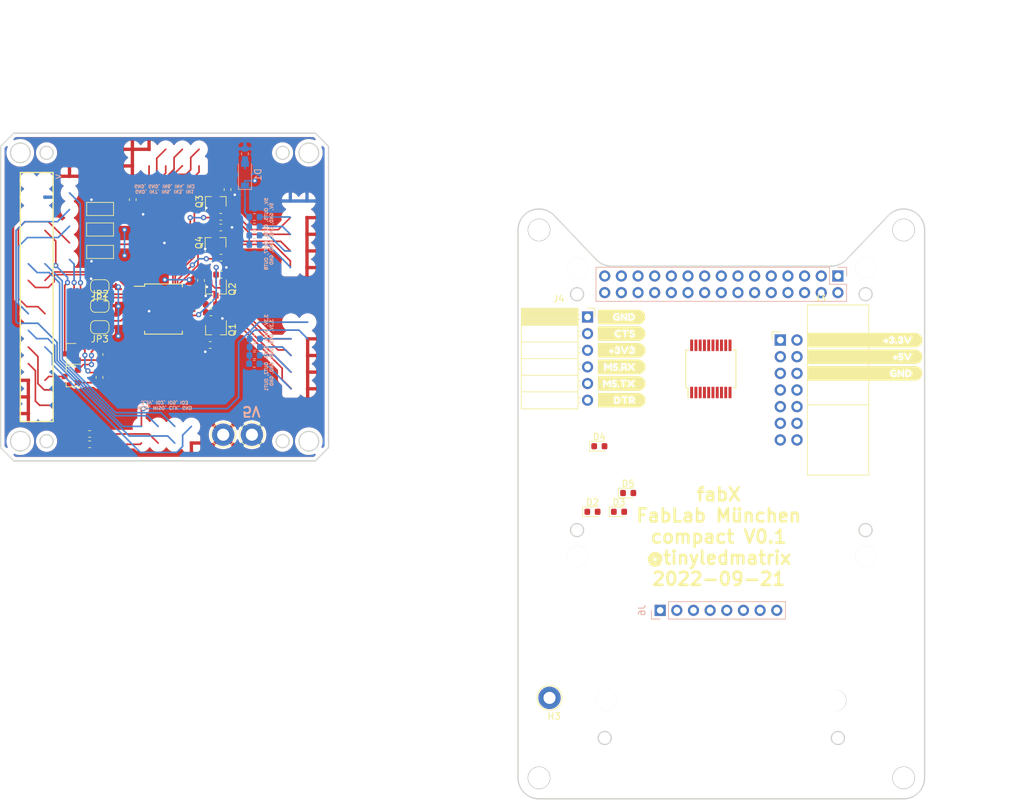
<source format=kicad_pcb>
(kicad_pcb (version 20211014) (generator pcbnew)
  (layers (0 "F.Cu" signal) (31 "B.Cu" signal) (34 "B.Paste" user) (35 "F.Paste" user) (36 "B.SilkS" user "B.Silkscreen") (37 "F.SilkS" user "F.Silkscreen") (38 "B.Mask" user) (39 "F.Mask" user) (44 "Edge.Cuts" user))
  (net 0 "")
  (net 1 "5V")
  (net 2 "GND")
  (net 3 "SDA")
  (net 4 "SCL")
  (net 5 "In1")
  (net 6 "In2")
  (net 7 "In3")
  (net 8 "In4")
  (net 9 "In5")
  (net 10 "In6")
  (net 11 "In7")
  (net 12 "Net-(JP4-Pad2)")
  (net 13 "Net-(JP3-Pad2)")
  (net 14 "Net-(JP2-Pad2)")
  (net 15 "Net-(JP1-Pad2)")
  (net 16 "Net-(JP5-Pad2)")
  (net 17 "Net-(JP6-Pad2)")
  (net 18 "+3V3")
  (net 19 "+5V")
  (net 20 "RX")
  (net 21 "TX")
  (net 22 "/Fet0")
  (net 23 "3,3V")
  (net 24 "Net-(D2-Pad2)")
  (net 25 "DTR")
  (net 26 "CTS")
  (net 27 "Net-(Q5-Pad1)")
  (net 28 "Net-(Q6-Pad1)")
  (net 29 "Net-(D3-Pad2)")
  (net 30 "Net-(D4-Pad2)")
  (net 31 "Net-(D5-Pad2)")
  (net 32 "/V_HIGH")
  (net 35 "/coreRST")
  (net 36 "/COPI")
  (net 38 "/CIPO")
  (net 39 "/NFC_CS")
  (net 40 "/SCLK")
  (net 43 "/NFC_RST")
  (net 44 "/NFC_IRQ")
  (net 48 "/G0(BOOT)")
  (net 54 "/Ch0")
  (net 55 "/Ch1")
  (net 56 "/Ch2")
  (net 57 "/Ch3")
  (net 58 "/Ch4")
  (net 59 "/Ch5")
  (net 60 "/Ch6")
  (net 61 "/Ch7")
  (net 62 "Net-(J6-Pad3)")
  (net 63 "Net-(J6-Pad4)")
  (net 64 "/Fet2")
  (net 65 "/Fet1")
  (net 66 "/highOut")
  (net 67 "/Relay_NO")
  (net 68 "/Relay_COM")
  (footprint "Resistor_SMD:R_0603_1608Metric" (layer "F.Cu") (at 71.95566 82.31886)
    (fp_text reference "R2" hide)
    (fp_text value "10k" hide)
  )
  (footprint "Resistor_SMD:R_0603_1608Metric" (layer "F.Cu") (at 73.56856 62.75578 180)
    (fp_text reference "R5" hide)
    (fp_text value "10k" hide)
  )
  (footprint "Resistor_SMD:R_0603_1608Metric" (layer "F.Cu") (at 74.6 58.6 90)
    (fp_text reference "R6" hide)
    (fp_text value "10k" hide)
  )
  (footprint "Resistor_SMD:R_0603_1608Metric" (layer "F.Cu") (at 73.59904 68.99656 180)
    (fp_text reference "R7" hide)
    (fp_text value "10k" hide)
  )
  (footprint "Jumper:SolderJumper-2_P1.3mm_Open_RoundedPad1.0x1.5mm" (layer "F.Cu") (at 55.118 79.6036 180)
    (fp_text reference "JP3")
    (fp_text value "SolderJumper_2_Open")
  )
  (footprint "Resistor_SMD:R_0603_1608Metric" (layer "F.Cu") (at 73.5711 64.39154 180)
    (fp_text reference "R8" hide)
    (fp_text value "100k" hide)
  )
  (footprint "Connector_IDC:IDC-Header_2x07_P2.54mm_Horizontal" (layer "F.Cu") (at 158.9 81.57)
    (fp_text reference "J3")
    (fp_text value "Conn_02x07_Odd_Even")
  )
  (footprint "Package_SO:SSOP-20_5.3x7.2mm_P0.65mm" (layer "F.Cu") (at 64.8335 76.835)
    (fp_text reference "U1" hide)
    (fp_text value "MCP23008" hide)
  )
  (footprint "Resistor_SMD:R_0603_1608Metric" (layer "F.Cu") (at 72.0598 76.1238)
    (fp_text reference "R4" hide)
    (fp_text value "10k" hide)
  )
  (footprint "Resistor_SMD:R_0603_1608Metric" (layer "F.Cu") (at 73.63206 71.58228 180)
    (fp_text reference "R3" hide)
    (fp_text value "10k" hide)
  )
  (footprint "Jumper:SolderJumper-2_P1.3mm_Open_RoundedPad1.0x1.5mm" (layer "F.Cu") (at 55.118 76.327)
    (fp_text reference "JP2")
    (fp_text value "SolderJumper_2_Open")
  )
  (footprint "Jumper:SolderJumper-3_P1.3mm_Open_Pad1.0x1.5mm_NumberLabels" (layer "F.Cu") (at 55.1688 61.5696 180)
    (fp_text reference "JP6" hide)
    (fp_text value "SolderJumper_3_Open" hide)
  )
  (footprint "Package_TO_SOT_SMD:SOT-23" (layer "F.Cu") (at 72.8345 80.01 -90)
    (fp_text reference "Q1")
    (fp_text value "2N7002")
  )
  (footprint "Resistor_SMD:R_0603_1608Metric" (layer "F.Cu") (at 72.0598 77.343)
    (fp_text reference "R1" hide)
    (fp_text value "100k" hide)
  )
  (footprint "Package_TO_SOT_SMD:SOT-23" (layer "F.Cu") (at 72.8345 73.787 -90)
    (fp_text reference "Q2")
    (fp_text value "AO3401A")
  )
  (footprint "Package_SO:SSOP-20_5.3x7.2mm_P0.65mm" (layer "F.Cu") (at 148.3 85.97 90)
    (fp_text reference "U2" hide)
    (fp_text value "MCP23008" hide)
  )
  (footprint "Capacitor_SMD:C_0603_1608Metric" (layer "F.Cu") (at 60.1472 60.1472 -90)
    (fp_text reference "C1" hide)
    (fp_text value "100n 6v3 X7R" hide)
  )
  (footprint "Jumper:SolderJumper-3_P1.3mm_Open_Pad1.0x1.5mm_NumberLabels" (layer "F.Cu") (at 55.161 64.6986)
    (fp_text reference "JP5" hide)
    (fp_text value "SolderJumper_3_Open" hide)
  )
  (footprint "Jumper:SolderJumper-2_P1.3mm_Open_RoundedPad1.0x1.5mm" (layer "F.Cu") (at 55.118 73.3552 180)
    (fp_text reference "JP1")
    (fp_text value "SolderJumper_2_Open")
  )
  (footprint "Jumper:SolderJumper-3_P1.3mm_Open_Pad1.0x1.5mm_NumberLabels" (layer "F.Cu") (at 55.1688 68.1228 180)
    (fp_text reference "JP4" hide)
    (fp_text value "SolderJumper_3_Open" hide)
  )
  (footprint "Package_TO_SOT_SMD:SOT-23" (layer "F.Cu") (at 72.80402 60.4393 90)
    (fp_text reference "Q3")
    (fp_text value "2N7002")
  )
  (footprint "Package_TO_SOT_SMD:SOT-23" (layer "F.Cu") (at 72.771 66.69532 90)
    (fp_text reference "Q4")
    (fp_text value "2N7002")
  )
  (footprint "Capacitor_SMD:C_0603_1608Metric" (layer "F.Cu") (at 70.55612 72.47128 -90)
    (fp_text reference "C2" hide)
    (fp_text value "C" hide)
  )
  (footprint "TestPoint:TestPoint_Loop_D2.50mm_Drill1.85mm" (layer "F.Cu") (at 78.3155 96.012)
    (fp_text reference "H1" hide)
    (fp_text value "MountingHole_Pad" hide)
  )
  (footprint "TestPoint:TestPoint_Loop_D2.50mm_Drill1.85mm" (layer "F.Cu") (at 73.934 96.012)
    (fp_text reference "H2" hide)
    (fp_text value "MountingHole_Pad" hide)
  )
  (footprint "Connector_PinSocket_2.54mm:PinSocket_1x06_P2.54mm_Horizontal" (layer "F.Cu") (at 129.5 78.045)
    (fp_text reference "J4")
    (fp_text value "Conn_01x06")
  )
  (footprint "Resistor_SMD:R_0603_1608Metric" (layer "F.Cu") (at 53.575 97.475)
    (fp_text reference "R17" hide)
    (fp_text value "330" hide)
  )
  (footprint "Resistor_SMD:R_0603_1608Metric" (layer "F.Cu") (at 53.575 95.9)
    (fp_text reference "R18" hide)
    (fp_text value "330" hide)
  )
  (footprint "Package_TO_SOT_SMD:SOT-23" (layer "F.Cu") (at 50.75 87.125 180)
    (fp_text reference "Q5" hide)
    (fp_text value "BCX19" hide)
  )
  (footprint "Package_TO_SOT_SMD:SOT-23" (layer "F.Cu") (at 50.775 83.675 180)
    (fp_text reference "Q6" hide)
    (fp_text value "BCX19" hide)
  )
  (footprint "Resistor_SMD:R_0603_1608Metric" (layer "F.Cu") (at 55.075 87.275 -90)
    (fp_text reference "R20" hide)
    (fp_text value "10k" hide)
  )
  (footprint "Resistor_SMD:R_0603_1608Metric" (layer "F.Cu") (at 55.075 83.775 -90)
    (fp_text reference "R21" hide)
    (fp_text value "10k" hide)
  )
  (footprint "kibuzzard-632A4688" (layer "F.Cu") (at 134.7 88.205)
    (fp_text reference "kibuzzard-632A4688" hide)
    (fp_text value "G***" hide)
  )
  (footprint "MountingHole:MountingHole_3.2mm_M3" (layer "F.Cu") (at 122.1 64.77)
    (fp_text reference "H8" hide)
    (fp_text value "MountingHole")
  )
  (footprint "LED_SMD:LED_0603_1608Metric" (layer "F.Cu") (at 130.25 107.77)
    (fp_text reference "D2")
    (fp_text value "LED")
  )
  (footprint "MountingHole:MountingHole_3.2mm_M3" (layer "F.Cu") (at 127.9 114.57)
    (fp_text reference "H13" hide)
    (fp_text value "MountingHole")
  )
  (footprint "kibuzzard-632A469F" (layer "F.Cu") (at 134.7 90.745)
    (fp_text reference "kibuzzard-632A469F" hide)
    (fp_text value "G***" hide)
  )
  (footprint "kibuzzard-632A4693" (layer "F.Cu") (at 134.7 85.665)
    (fp_text reference "kibuzzard-632A4693" hide)
    (fp_text value "G***" hide)
  )
  (footprint "LED_SMD:LED_0603_1608Metric" (layer "F.Cu") (at 134.3 107.77)
    (fp_text reference "D3")
    (fp_text value "LED")
  )
  (footprint "kibuzzard-632A463E" (layer "F.Cu") (at 134.7 78.045)
    (fp_text reference "kibuzzard-632A463E" hide)
    (fp_text value "G***" hide)
  )
  (footprint "LED_SMD:LED_0603_1608Metric" (layer "F.Cu") (at 135.7 104.91)
    (fp_text reference "D5")
    (fp_text value "LED")
  )
  (footprint "MountingHole:MountingHole_3.2mm_M3" (layer "F.Cu") (at 171.9 70.57)
    (fp_text reference "H4" hide)
    (fp_text value "MountingHole")
  )
  (footprint "kibuzzard-632A4565" (layer "F.Cu") (at 171.8 84.11)
    (fp_text reference "kibuzzard-632A4565" hide)
    (fp_text value "G***" hide)
  )
  (footprint "kibuzzard-632A4658" (layer "F.Cu") (at 134.7 83.125)
    (fp_text reference "kibuzzard-632A4658" hide)
    (fp_text value "G***" hide)
  )
  (footprint "MountingHole:MountingHole_3.2mm_M3" (layer "F.Cu") (at 127.9 70.57)
    (fp_text reference "H10" hide)
    (fp_text value "MountingHole")
  )
  (footprint "MountingHole:MountingHole_3.2mm_M3" (layer "F.Cu") (at 177.7 148.37)
    (fp_text reference "H9" hide)
    (fp_text value "MountingHole")
  )
  (footprint "MountingHole:MountingHole_3.2mm_M3" (layer "F.Cu") (at 132.4 136.57)
    (fp_text reference "H6" hide)
    (fp_text value "MountingHole")
  )
  (footprint "MountingHole:MountingHole_3.2mm_M3" (layer "F.Cu") (at 177.7 64.77)
    (fp_text reference "H11" hide)
    (fp_text value "MountingHole")
  )
  (footprint "TestPoint:TestPoint_Loop_D2.50mm_Drill1.85mm" (layer "F.Cu") (at 123.7 136.17)
    (fp_text reference "H3")
    (fp_text value "MountingHole_Pad")
  )
  (footprint "kibuzzard-632A4549" (layer "F.Cu") (at 171.8 86.65)
    (fp_text reference "kibuzzard-632A4549" hide)
    (fp_text value "G***" hide)
  )
  (footprint "kibuzzard-632A457B" (layer "F.Cu") (at 171.8 81.57)
    (fp_text reference "kibuzzard-632A457B" hide)
    (fp_text value "G***" hide)
  )
  (footprint "MountingHole:MountingHole_3.2mm_M3" (layer "F.Cu") (at 171.9 114.57)
    (fp_text reference "H12" hide)
    (fp_text value "MountingHole")
  )
  (footprint "LED_SMD:LED_0603_1608Metric" (layer "F.Cu") (at 131.3 97.77)
    (fp_text reference "D4")
    (fp_text value "LED")
  )
  (footprint "MountingHole:MountingHole_3.2mm_M3" (layer "F.Cu") (at 167.3 136.57)
    (fp_text reference "H7" hide)
    (fp_text value "MountingHole")
  )
  (footprint "kibuzzard-632A464C" (layer "F.Cu") (at 134.7 80.585)
    (fp_text reference "kibuzzard-632A464C" hide)
    (fp_text value "G***" hide)
  )
  (footprint "MountingHole:MountingHole_3.2mm_M3" (layer "F.Cu") (at 122.1 148.37)
    (fp_text reference "H5" hide)
    (fp_text value "MountingHole")
  )
  (footprint "Resistor_SMD:R_0603_1608Metric" (layer "B.Cu") (at 78.70444 62.7888 180)
    (fp_text reference "R13" hide)
    (fp_text value "1k" hide)
  )
  (footprint "Resistor_SMD:R_0603_1608Metric" (layer "B.Cu") (at 78.69174 64.24676 180)
    (fp_text reference "R14" hide)
    (fp_text value "0R" hide)
  )
  (footprint "Resistor_SMD:R_0603_1608Metric" (layer "B.Cu") (at 78.70444 67.05346 180)
    (fp_text reference "R16" hide)
    (fp_text value "DNP" hide)
  )
  (footprint "Connector_PinSocket_2.54mm:PinSocket_2x15_P2.54mm_Vertical" (layer "B.Cu") (at 167.68 71.7914 90)
    (fp_text reference "J1" hide)
    (fp_text value "Conn_02x15_Odd_Even" hide)
  )
  (footprint "Resistor_SMD:R_0603_1608Metric" (layer "B.Cu") (at 78.70444 65.5955 180)
    (fp_text reference "R15" hide)
    (fp_text value "DNP" hide)
  )
  (footprint "Connector_PinSocket_2.54mm:PinSocket_1x08_P2.54mm_Vertical" (layer "B.Cu") (at 140.574 122.811 -90)
    (fp_text reference "J6")
    (fp_text value "Conn_01x08")
  )
  (footprint "Resistor_SMD:R_0603_1608Metric" (layer "B.Cu") (at 78.71714 83.90382 180)
    (fp_text reference "R10" hide)
    (fp_text value "1k" hide)
  )
  (footprint "Resistor_SMD:R_0603_1608Metric" (layer "B.Cu") (at 78.74254 82.63128 180)
    (fp_text reference "R11" hide)
    (fp_text value "10k" hide)
  )
  (footprint "Resistor_SMD:R_0603_1608Metric" (layer "B.Cu") (at 78.74762 81.36636 180)
    (fp_text reference "R12" hide)
    (fp_text value "1k" hide)
  )
  (footprint "Resistor_SMD:R_0603_1608Metric" (layer "B.Cu") (at 78.67904 85.18652 180)
    (fp_text reference "R9" hide)
    (fp_text value "1k" hide)
  )
  (footprint "Diode_SMD:D_SOD-123" (layer "B.Cu") (at 77.2555 56.3335 90)
    (fp_text reference "D1")
    (fp_text value "D")
  )
  (footprint "Resistor_SMD:R_0603_1608Metric" (layer "B.Cu") (at 77.2555 53.1585 90)
    (fp_text reference "R19" hide)
    (fp_text value "DNP" hide)
  )
  (gr_line (start 48 94) (end 48 56) (layer "F.SilkS") (width 0.2))
  (gr_line (start 43 56) (end 43 94) (layer "F.SilkS") (width 0.2))
  (gr_line (start 48 56) (end 43 56) (layer "F.SilkS") (width 0.2))
  (gr_line (start 43 94) (end 48 94) (layer "F.SilkS") (width 0.2))
  (gr_circle (center 47 97) (end 48 97) (layer "Edge.Cuts") (width 0.2) (fill none))
  (gr_circle (center 83 97) (end 84 97) (layer "Edge.Cuts") (width 0.2) (fill none))
  (gr_circle (center 83 53) (end 84 53) (layer "Edge.Cuts") (width 0.2) (fill none))
  (gr_line (start 88 50) (end 90 52) (layer "Edge.Cuts") (width 0.2))
  (gr_circle (center 167.68 142.2914) (end 168.68 142.2914) (layer "Edge.Cuts") (width 0.2) (fill none))
  (gr_circle (center 122.1 64.77) (end 123.75 64.77) (layer "Edge.Cuts") (width 0.2) (fill none))
  (gr_line (start 175.382759 62.563104) (end 168.968289 69.298297) (layer "Edge.Cuts") (width 0.2))
  (gr_arc (start 118.9 64.77) (mid 120.911551 61.798879) (end 124.417241 62.563104) (layer "Edge.Cuts") (width 0.2))
  (gr_line (start 90 52) (end 90 98) (layer "Edge.Cuts") (width 0.2))
  (gr_line (start 42 50) (end 88 50) (layer "Edge.Cuts") (width 0.2))
  (gr_circle (center 43 97) (end 44.5 97) (layer "Edge.Cuts") (width 0.2) (fill none))
  (gr_circle (center 177.7 64.77) (end 179.35 64.77) (layer "Edge.Cuts") (width 0.2) (fill none))
  (gr_line (start 42 100) (end 40 98) (layer "Edge.Cuts") (width 0.2))
  (gr_arc (start 175.382759 62.563104) (mid 178.888451 61.798876) (end 180.9 64.77) (layer "Edge.Cuts") (width 0.2))
  (gr_circle (center 127.9 70.57) (end 129.4 70.57) (layer "Edge.Cuts") (width 0.2) (fill none))
  (gr_circle (center 171.9 70.57) (end 173.4 70.57) (layer "Edge.Cuts") (width 0.2) (fill none))
  (gr_line (start 118.9 64.77) (end 118.9 148.37) (layer "Edge.Cuts") (width 0.2))
  (gr_circle (center 171.9 74.57) (end 172.9 74.57) (layer "Edge.Cuts") (width 0.2) (fill none))
  (gr_arc (start 122.1 151.57) (mid 119.837258 150.632742) (end 118.9 148.37) (layer "Edge.Cuts") (width 0.2))
  (gr_arc (start 133.148952 70.2914) (mid 131.888415 70.032656) (end 130.831711 69.298297) (layer "Edge.Cuts") (width 0.2))
  (gr_circle (center 171.9 114.57) (end 173.4 114.57) (layer "Edge.Cuts") (width 0.2) (fill none))
  (gr_circle (center 47 53) (end 48 53) (layer "Edge.Cuts") (width 0.2) (fill none))
  (gr_circle (center 43 53) (end 44.5 53) (layer "Edge.Cuts") (width 0.2) (fill none))
  (gr_circle (center 177.7 148.37) (end 179.35 148.37) (layer "Edge.Cuts") (width 0.2) (fill none))
  (gr_circle (center 127.9 74.57) (end 128.9 74.57) (layer "Edge.Cuts") (width 0.2) (fill none))
  (gr_circle (center 127.9 114.57) (end 129.4 114.57) (layer "Edge.Cuts") (width 0.2) (fill none))
  (gr_circle (center 87 97) (end 87 98.5) (layer "Edge.Cuts") (width 0.2) (fill none))
  (gr_circle (center 171.9 110.57) (end 172.9 110.57) (layer "Edge.Cuts") (width 0.2) (fill none))
  (gr_line (start 90 98) (end 88 100) (layer "Edge.Cuts") (width 0.2))
  (gr_line (start 42 50) (end 40 52) (layer "Edge.Cuts") (width 0.2))
  (gr_circle (center 132.12 142.2914) (end 133.12 142.2914) (layer "Edge.Cuts") (width 0.2) (fill none))
  (gr_circle (center 132.4 136.57) (end 133.9 136.57) (layer "Edge.Cuts") (width 0.2) (fill none))
  (gr_line (start 88 100) (end 42 100) (layer "Edge.Cuts") (width 0.2))
  (gr_circle (center 87 53) (end 88.5 53) (layer "Edge.Cuts") (width 0.2) (fill none))
  (gr_line (start 40 98) (end 40 52) (layer "Edge.Cuts") (width 0.2))
  (gr_arc (start 180.9 148.37) (mid 179.962734 150.632732) (end 177.7 151.57) (layer "Edge.Cuts") (width 0.2))
  (gr_line (start 122.1 151.57) (end 177.7 151.57) (layer "Edge.Cuts") (width 0.2))
  (gr_circle (center 122.1 148.37) (end 123.75 148.37) (layer "Edge.Cuts") (width 0.2) (fill none))
  (gr_arc (start 168.968289 69.298297) (mid 167.911586 70.032648) (end 166.651048 70.2914) (layer "Edge.Cuts") (width 0.2))
  (gr_line (start 180.9 148.37) (end 180.9 64.77) (layer "Edge.Cuts") (width 0.2))
  (gr_line (start 130.831711 69.298297) (end 124.417241 62.563104) (layer "Edge.Cuts") (width 0.2))
  (gr_circle (center 167.4 136.57) (end 168.9 136.57) (layer "Edge.Cuts") (width 0.2) (fill none))
  (gr_circle (center 127.9 110.57) (end 128.9 110.57) (layer "Edge.Cuts") (width 0.2) (fill none))
  (gr_line (start 166.651048 70.2914) (end 133.148952 70.2914) (layer "Edge.Cuts") (width 0.2))
  (gr_text "5V, OUT5, OUT6, OUT7, OUT8\n5V, GND, GND, GND, GND" (at 80.9 65.37 90) (layer "B.SilkS") (effects (font (size 0.5 0.5) (thickness 0.125)) (justify mirror)))
  (gr_text "3,3V, OUT4, OUT3, OUT2, OUT1\n3,3V, GND, GND, GND, GND" (at 80.91678 83.49488 90) (layer "B.SilkS") (effects (font (size 0.5 0.5) (thickness 0.125)) (justify mirror)))
  (gr_text "MOSI, MISO, CLK, GND\n3,3V, IO2, IO5, IO3\n" (at 65 91.5 180) (layer "B.SilkS") (effects (font (size 0.5 0.5) (thickness 0.125)) (justify mirror)))
  (gr_text ">" (at 48.8 56.7 180) (layer "B.SilkS") (effects (font (size 1 1)) (justify mirror)))
  (gr_text "5V" (at 78.232 92.456 180) (layer "B.SilkS") (effects (font (size 1.5 1.5) (thickness 0.3)) (justify mirror)))
  (gr_text "GND, IN7, IN5, IN3, IN1\nGND, GND, IN6, IN4, IN2\n" (at 65 58.5 180) (layer "B.SilkS") (effects (font (size 0.5 0.5) (thickness 0.125)) (justify mirror)))
  (gr_text "fabX\nFabLab München\ncompact V0.1\n@tinyledmatrix\n2022-09-21" (at 149.5 111.57) (layer "F.SilkS") (effects (font (size 2 2) (thickness 0.4))))
  (segment (start 53.818 76.327) (end 53.818 79.6036) (width 0.25) (layer "F.Cu") (net 1))
  (segment (start 64.968 66.7564) (end 64.9732 66.7512) (width 0.25) (layer "F.Cu") (net 1))
  (segment (start 53.8688 61.5696) (end 53.8688 60.168) (width 0.25) (layer "F.Cu") (net 1))
  (segment (start 53.818 72.22969) (end 53.7972 72.20889) (width 0.25) (layer "F.Cu") (net 1))
  (segment (start 53.8688 60.168) (end 53.848 60.1472) (width 0.25) (layer "F.Cu") (net 1))
  (segment (start 64.968 68.1795) (end 64.968 66.7564) (width 0.25) (layer "F.Cu") (net 1))
  (segment (start 53.8688 68.1228) (end 53.8688 69.524405) (width 0.25) (layer "F.Cu") (net 1))
  (segment (start 53.818 73.3552) (end 53.818 72.22969) (width 0.25) (layer "F.Cu") (net 1))
  (segment (start 53.8688 69.524405) (end 53.848 69.545205) (width 0.25) (layer "F.Cu") (net 1))
  (segment (start 53.8688 64.6908) (end 53.861 64.6986) (width 0.25) (layer "F.Cu") (net 1))
  (segment (start 53.8688 61.5696) (end 53.8688 64.6908) (width 0.25) (layer "F.Cu") (net 1))
  (segment (start 53.818 73.3552) (end 53.818 76.327) (width 0.25) (layer "F.Cu") (net 1))
  (via (at 53.848 60.1472) (size 0.8) (drill 0.4) (layers "F.Cu" "B.Cu") (net 1))
  (via (at 53.848 69.545205) (size 0.8) (drill 0.4) (layers "F.Cu" "B.Cu") (net 1))
  (via (at 53.7972 72.20889) (size 0.8) (drill 0.4) (layers "F.Cu" "B.Cu") (net 1))
  (via (at 64.9732 66.7512) (size 0.8) (drill 0.4) (layers "F.Cu" "B.Cu") (net 1))
  (segment (start 82.92846 85.87486) (end 82.92846 87.59698) (width 0.25) (layer "F.Cu") (net 2))
  (segment (start 68.4335 76.51) (end 67.3085 76.51) (width 0.25) (layer "F.Cu") (net 2))
  (segment (start 72.8345 78.777118) (end 72.565781 78.508399) (width 0.25) (layer "F.Cu") (net 2))
  (segment (start 70.841331 78.508399) (end 70.23973 79.11) (width 0.25) (layer "F.Cu") (net 2))
  (segment (start 55.736719 78.626999) (end 57.099281 78.626999) (width 0.25) (layer "F.Cu") (net 2))
  (segment (start 70.55612 71.68378) (end 69.4437 71.68378) (width 0.25) (layer "F.Cu") (net 2))
  (segment (start 84.2772 88.94572) (end 84.2772 89.0016) (width 0.25) (layer "F.Cu") (net 2))
  (segment (start 55.118 79.284882) (end 55.691399 78.711483) (width 0.25) (layer "F.Cu") (net 2))
  (segment (start 66.918 68.1795) (end 66.918 69.3045) (width 0.25) (layer "F.Cu") (net 2))
  (segment (start 72.8473 79.0472) (end 72.8345 79.06) (width 0.25) (layer "F.Cu") (net 2))
  (segment (start 69.4437 71.68378) (end 68.76288 72.3646) (width 0.25) (layer "F.Cu") (net 2))
  (segment (start 73.4845 80.96) (end 73.4845 80.385) (width 0.25) (layer "F.Cu") (net 2))
  (segment (start 77.20076 80.14716) (end 82.92846 85.87486) (width 0.25) (layer "F.Cu") (net 2))
  (segment (start 58.8439 64.6986) (end 58.88736 64.74206) (width 0.25) (layer "F.Cu") (net 2))
  (segment (start 83.427201 85.611601) (end 84.2772 86.4616) (width 0.25) (layer "F.Cu") (net 2))
  (segment (start 67.3085 76.51) (end 66.277069 75.478569) (width 0.25) (layer "F.Cu") (net 2))
  (segment (start 72.6566 62.88024) (end 72.78106 62.75578) (width 0.25) (layer "F.Cu") (net 2))
  (segment (start 57.84596 73.3552) (end 57.94756 73.4568) (width 0.25) (layer "F.Cu") (net 2))
  (segment (start 73.72234 80.14716) (end 77.20076 80.14716) (width 0.25) (layer "F.Cu") (net 2))
  (segment (start 72.8473 77.343) (end 72.8473 79.0472) (width 0.25) (layer "F.Cu") (net 2))
  (segment (start 73.45402 61.3893) (end 74.094416 61.3893) (width 0.25) (layer "F.Cu") (net 2))
  (segment (start 55.118 73.3552) (end 55.118 73.713082) (width 0.25) (layer "F.Cu") (net 2))
  (segment (start 66.277069 75.478569) (end 66.277069 71.645562) (width 0.25) (layer "F.Cu") (net 2))
  (segment (start 58.3184 78.6384) (end 60.4468 76.51) (width 0.25) (layer "F.Cu") (net 2))
  (segment (start 66.277069 71.645562) (end 68.913562 69.009069) (width 0.25) (layer "F.Cu") (net 2))
  (segment (start 72.1845 79.06) (end 72.1845 79.342882) (width 0.25) (layer "F.Cu") (net 2))
  (segment (start 72.453219 79.611601) (end 77.427201 79.611601) (width 0.25) (layer "F.Cu") (net 2))
  (segment (start 74.10176 66.96456) (end 81.64068 66.96456) (width 0.25) (layer "F.Cu") (net 2))
  (segment (start 72.80402 62.73282) (end 72.78106 62.75578) (width 0.25) (layer "F.Cu") (net 2))
  (segment (start 55.979318 74.5744) (end 59.740018 74.5744) (width 0.25) (layer "F.Cu") (net 2))
  (segment (start 55.691399 78.672319) (end 55.736719 78.626999) (width 0.25) (layer "F.Cu") (net 2))
  (segment (start 56.418 73.3552) (end 57.84596 73.3552) (width 0.25) (layer "F.Cu") (net 2))
  (segment (start 72.565781 78.508399) (end 70.841331 78.508399) (width 0.25) (layer "F.Cu") (net 2))
  (segment (start 68.913562 69.009069) (end 68.913562 62.89548) (width 0.25) (layer "F.Cu") (net 2))
  (segment (start 56.461 64.6986) (end 58.8439 64.6986) (width 0.25) (layer "F.Cu") (net 2))
  (segment (start 55.118 79.6036) (end 55.118 79.284882) (width 0.25) (layer "F.Cu") (net 2))
  (segment (start 59.740018 74.5744) (end 60.375618 75.21) (width 0.25) (layer "F.Cu") (net 2))
  (segment (start 73.4845 80.385) (end 73.72234 80.14716) (width 0.25) (layer "F.Cu") (net 2))
  (segment (start 69.5585 79.11) (end 68.4335 79.11) (width 0.25) (layer "F.Cu") (net 2))
  (segment (start 73.421 67.64532) (end 74.10176 66.96456) (width 0.25) (layer "F.Cu") (net 2))
  (segment (start 81.64068 66.96456) (end 84.1756 69.49948) (width 0.25) (layer "F.Cu") (net 2))
  (segment (start 60.375618 75.21) (end 61.2335 75.21) (width 0.25) (layer "F.Cu") (net 2))
  (segment (start 55.691399 78.711483) (end 55.691399 78.672319) (width 0.25) (layer "F.Cu") (net 2))
  (segment (start 74.094416 61.3893) (end 78.135516 65.4304) (width 0.25) (layer "F.Cu") (net 2))
  (segment (start 70.23973 79.11) (end 69.5585 79.11) (width 0.25) (layer "F.Cu") (net 2))
  (segment (start 84.1756 69.49948) (end 84.1756 70.5104) (width 0.25) (layer "F.Cu") (net 2))
  (segment (start 57.110682 78.6384) (end 58.3184 78.6384) (width 0.25) (layer "F.Cu") (net 2))
  (segment (start 77.427201 79.611601) (end 83.427201 85.611601) (width 0.25) (layer "F.Cu") (net 2))
  (segment (start 60.4468 76.51) (end 61.2335 76.51) (width 0.25) (layer "F.Cu") (net 2))
  (segment (start 61.2335 79.11) (end 59.701 79.11) (width 0.25) (layer "F.Cu") (net 2))
  (segment (start 70.94474 62.88024) (end 72.6566 62.88024) (width 0.25) (layer "F.Cu") (net 2))
  (segment (start 72.1845 79.342882) (end 72.453219 79.611601) (width 0.25) (layer "F.Cu") (net 2))
  (segment (start 66.918 69.3045) (end 66.929 69.3155) (width 0.25) (layer "F.Cu") (net 2))
  (segment (start 72.8345 79.06) (end 72.8345 78.777118) (width 0.25) (layer "F.Cu") (net 2))
  (segment (start 82.92846 87.59698) (end 84.2772 88.94572) (width 0.25) (layer "F.Cu") (net 2))
  (segment (start 78.135516 65.4304) (end 84.1756 65.4304) (width 0.25) (layer "F.Cu") (net 2))
  (segment (start 72.80402 61.3893) (end 72.80402 62.73282) (width 0.25) (layer "F.Cu") (net 2))
  (segment (start 66.929 69.3155) (end 66.929 69.6595) (width 0.25) (layer "F.Cu") (net 2))
  (segment (start 57.099281 78.626999) (end 57.110682 78.6384) (width 0.25) (layer "F.Cu") (net 2))
  (segment (start 55.118 73.713082) (end 55.979318 74.5744) (width 0.25) (layer "F.Cu") (net 2))
  (via (at 57.93486 80.95996) (size 0.8) (drill 0.4) (layers "F.Cu" "B.Cu") (net 2))
  (via (at 57.94756 73.4568) (size 0.8) (drill 0.4) (layers "F.Cu" "B.Cu") (net 2))
  (via (at 58.88736 64.74206) (size 0.8) (drill 0.4) (layers "F.Cu" "B.Cu") (net 2))
  (via (at 65.02654 72.3646) (size 0.8) (drill 0.4) (layers "F.Cu" "B.Cu") (net 2))
  (via (at 57.94756 76.4159) (size 0.8) (drill 0.4) (layers "F.Cu" "B.Cu") (net 2))
  (via (at 68.913562 62.89548) (size 0.8) (drill 0.4) (layers "F.Cu" "B.Cu") (net 2))
  (via (at 58.89244 68.6689) (size 0.8) (drill 0.4) (layers "F.Cu" "B.Cu") (net 2))
  (via (at 70.94474 62.88024) (size 0.8) (drill 0.4) (layers "F.Cu" "B.Cu") (net 2))
  (via (at 68.76288 72.3646) (size 0.8) (drill 0.4) (layers "F.Cu" "B.Cu") (net 2))
  (segment (start 58.88736 68.66382) (end 58.89244 68.6689) (width 0.25) (layer "B.Cu") (net 2))
  (segment (start 68.76288 72.3646) (end 65.02654 72.3646) (width 0.25) (layer "B.Cu") (net 2))
  (segment (start 57.94756 76.4159) (end 57.94756 80.94726) (width 0.25) (layer "B.Cu") (net 2))
  (segment (start 70.9295 62.89548) (end 70.94474 62.88024) (width 0.25) (layer "B.Cu") (net 2))
  (segment (start 68.913562 62.89548) (end 70.9295 62.89548) (width 0.25) (layer "B.Cu") (net 2))
  (segment (start 57.94756 80.94726) (end 57.93486 80.95996) (width 0.25) (layer "B.Cu") (net 2))
  (segment (start 57.94756 73.4568) (end 57.94756 76.4159) (width 0.25) (layer "B.Cu") (net 2))
  (segment (start 58.88736 64.74206) (end 58.88736 68.66382) (width 0.25) (layer "B.Cu") (net 2))
  (segment (start 60.222868 74.56) (end 57.245148 71.58228) (width 0.25) (layer "F.Cu") (net 3))
  (segment (start 63.2968 72.136) (end 63.2968 73.6217) (width 0.25) (layer "F.Cu") (net 3))
  (segment (start 57.245148 71.58228) (end 48.30572 71.58228) (width 0.25) (layer "F.Cu") (net 3))
  (segment (start 63.2968 73.6217) (end 62.3585 74.56) (width 0.25) (layer "F.Cu") (net 3))
  (segment (start 62.368 68.1795) (end 62.368 71.2072) (width 0.25) (layer "F.Cu") (net 3))
  (segment (start 48.1584 71.7296) (end 48.1584 72.66257) (width 0.25) (layer "F.Cu") (net 3))
  (segment (start 45.298001 73.542801) (end 45.071399 73.316199) (width 0.25) (layer "F.Cu") (net 3))
  (segment (start 61.2335 74.56) (end 60.222868 74.56) (width 0.25) (layer "F.Cu") (net 3))
  (segment (start 62.368 71.2072) (end 63.2968 72.136) (width 0.25) (layer "F.Cu") (net 3))
  (segment (start 48.30572 71.58228) (end 48.1584 71.7296) (width 0.25) (layer "F.Cu") (net 3))
  (segment (start 45.071399 73.316199) (end 44.2214 72.4662) (width 0.25) (layer "F.Cu") (net 3))
  (segment (start 47.278169 73.542801) (end 45.298001 73.542801) (width 0.25) (layer "F.Cu") (net 3))
  (segment (start 62.3585 74.56) (end 61.2335 74.56) (width 0.25) (layer "F.Cu") (net 3))
  (segment (start 48.1584 72.66257) (end 47.278169 73.542801) (width 0.25) (layer "F.Cu") (net 3))
  (segment (start 60.070118 73.91) (end 57.341078 71.18096) (width 0.25) (layer "F.Cu") (net 4))
  (segment (start 62.738 73.5584) (end 62.3864 73.91) (width 0.25) (layer "F.Cu") (net 4))
  (segment (start 47.611399 71.616201) (end 46.7614 72.4662) (width 0.25) (layer "F.Cu") (net 4))
  (segment (start 48.04664 71.18096) (end 47.611399 71.616201) (width 0.25) (layer "F.Cu") (net 4))
  (segment (start 61.722 71.374) (end 62.738 72.39) (width 0.25) (layer "F.Cu") (net 4))
  (segment (start 61.722 69.3085) (end 61.722 71.374) (width 0.25) (layer "F.Cu") (net 4))
  (segment (start 62.738 72.39) (end 62.738 73.5584) (width 0.25) (layer "F.Cu") (net 4))
  (segment (start 61.718 68.1795) (end 61.718 69.3045) (width 0.25) (layer "F.Cu") (net 4))
  (segment (start 62.3864 73.91) (end 61.2335 73.91) (width 0.25) (layer "F.Cu") (net 4))
  (segment (start 57.341078 71.18096) (end 48.04664 71.18096) (width 0.25) (layer "F.Cu") (net 4))
  (segment (start 61.718 69.3045) (end 61.722 69.3085) (width 0.25) (layer "F.Cu") (net 4))
  (segment (start 61.2335 73.91) (end 60.070118 73.91) (width 0.25) (layer "F.Cu") (net 4))
  (segment (start 66.918 57.1356) (end 67.3608 56.6928) (width 0.25) (layer "F.Cu") (net 5))
  (segment (start 66.918 60.9795) (end 66.918 57.1356) (width 0.25) (layer "F.Cu") (net 5))
  (segment (start 70.25 55.9372) (end 70.25 55) (width 0.25) (layer "F.Cu") (net 5))
  (segment (start 69.4944 56.6928) (end 70.25 55.9372) (width 0.25) (layer "F.Cu") (net 5))
  (segment (start 67.3608 56.6928) (end 69.4944 56.6928) (width 0.25) (layer "F.Cu") (net 5))
  (segment (start 68.2752 56.2864) (end 67.066747 56.2864) (width 0.25) (layer "F.Cu") (net 6))
  (segment (start 68.9864 55.5752) (end 68.2752 56.2864) (width 0.25) (layer "F.Cu") (net 6))
  (segment (start 66.268 59.8545) (end 66.268 60.9795) (width 0.25) (layer "F.Cu") (net 6))
  (segment (start 68.9864 53.7236) (end 68.9864 55.5752) (width 0.25) (layer "F.Cu") (net 6))
  (segment (start 70.25 52.46) (end 68.9864 53.7236) (width 0.25) (layer "F.Cu") (net 6))
  (segment (start 66.268 57.085147) (end 66.268 59.8545) (width 0.25) (layer "F.Cu") (net 6))
  (segment (start 67.066747 56.2864) (end 66.268 57.085147) (width 0.25) (layer "F.Cu") (net 6))
  (segment (start 67.682 55) (end 65.618 57.064) (width 0.25) (layer "F.Cu") (net 7))
  (segment (start 67.71 55) (end 67.682 55) (width 0.25) (layer "F.Cu") (net 7))
  (segment (start 65.618 57.064) (end 65.618 60.9795) (width 0.25) (layer "F.Cu") (net 7))
  (segment (start 66.4464 55.499) (end 64.968 56.9774) (width 0.25) (layer "F.Cu") (net 8))
  (segment (start 66.4464 53.7236) (end 66.4464 55.499) (width 0.25) (layer "F.Cu") (net 8))
  (segment (start 67.71 52.46) (end 66.4464 53.7236) (width 0.25) (layer "F.Cu") (net 8))
  (segment (start 64.968 56.9774) (end 64.968 60.9795) (width 0.25) (layer "F.Cu") (net 8))
  (segment (start 65.17 55) (end 65.17 56.0896) (width 0.25) (layer "F.Cu") (net 9))
  (segment (start 65.17 56.0896) (end 64.318 56.9416) (width 0.25) (layer "F.Cu") (net 9))
  (segment (start 64.318 56.9416) (end 64.318 60.9795) (width 0.25) (layer "F.Cu") (net 9))
  (segment (start 64.320001 53.309999) (end 65.17 52.46) (width 0.25) (layer "F.Cu") (net 10))
  (segment (start 63.8048 56.7944) (end 63.8048 53.8252) (width 0.25) (layer "F.Cu") (net 10))
  (segment (start 63.668 56.9312) (end 63.8048 56.7944) (width 0.25) (layer "F.Cu") (net 10))
  (segment (start 63.8048 53.8252) (end 64.320001 53.309999) (width 0.25) (layer "F.Cu") (net 10))
  (segment (start 63.668 60.9795) (end 63.668 56.9312) (width 0.25) (layer "F.Cu") (net 10))
  (segment (start 62.63 55) (end 62.63 56.4832) (width 0.25) (layer "F.Cu") (net 11))
  (segment (start 62.63 56.4832) (end 63.018 56.8712) (width 0.25) (layer "F.Cu") (net 11))
  (segment (start 63.018 56.8712) (end 63.018 60.9795) (width 0.25) (layer "F.Cu") (net 11))
  (segment (start 62.650782 66.9544) (end 63.018 67.321618) (width 0.25) (layer "F.Cu") (net 12))
  (segment (start 55.1688 67.1228) (end 55.3372 66.9544) (width 0.25) (layer "F.Cu") (net 12))
  (segment (start 55.1688 68.1228) (end 55.1688 67.1228) (width 0.25) (layer "F.Cu") (net 12))
  (segment (start 63.018 67.321618) (end 63.018 68.1795) (width 0.25) (layer "F.Cu") (net 12))
  (segment (start 55.3372 66.9544) (end 62.650782 66.9544) (width 0.25) (layer "F.Cu") (net 12))
  (segment (start 69.5585 75.328318) (end 70.701419 74.185399) (width 0.25) (layer "F.Cu") (net 13))
  (segment (start 69.5585 77.16) (end 69.5585 75.328318) (width 0.25) (layer "F.Cu") (net 13))
  (segment (start 72.565781 74.185399) (end 72.8345 74.454118) (width 0.25) (layer "F.Cu") (net 13))
  (segment (start 72.8345 74.737) (end 72.8345 76.111) (width 0.25) (layer "F.Cu") (net 13))
  (segment (start 72.8345 76.111) (end 72.8473 76.1238) (width 0.25) (layer "F.Cu") (net 13))
  (segment (start 68.4335 77.16) (end 69.5585 77.16) (width 0.25) (layer "F.Cu") (net 13))
  (segment (start 72.8345 74.454118) (end 72.8345 74.737) (width 0.25) (layer "F.Cu") (net 13))
  (segment (start 70.701419 74.185399) (end 72.565781 74.185399) (width 0.25) (layer "F.Cu") (net 13))
  (segment (start 55.118 76.327) (end 55.118 75.969118) (width 0.25) (layer "F.Cu") (net 14))
  (segment (start 72.86752 70.47738) (end 72.86752 71.55932) (width 0.25) (layer "F.Cu") (net 14))
  (segment (start 70.07642 77.81) (end 70.1929 77.69352) (width 0.25) (layer "F.Cu") (net 14))
  (segment (start 55.118 75.969118) (end 56.004718 75.0824) (width 0.25) (layer "F.Cu") (net 14))
  (segment (start 56.004718 75.0824) (end 59.3309 75.0824) (width 0.25) (layer "F.Cu") (net 14))
  (segment (start 72.84456 72.82694) (end 72.8345 72.837) (width 0.25) (layer "F.Cu") (net 14))
  (segment (start 68.4335 77.81) (end 70.07642 77.81) (width 0.25) (layer "F.Cu") (net 14))
  (segment (start 72.86752 71.55932) (end 72.84456 71.58228) (width 0.25) (layer "F.Cu") (net 14))
  (segment (start 72.84456 71.58228) (end 72.84456 72.82694) (width 0.25) (layer "F.Cu") (net 14))
  (segment (start 60.1085 75.86) (end 61.2335 75.86) (width 0.25) (layer "F.Cu") (net 14))
  (segment (start 59.3309 75.0824) (end 60.1085 75.86) (width 0.25) (layer "F.Cu") (net 14))
  (via (at 72.86752 70.47738) (size 0.8) (drill 0.4) (layers "F.Cu" "B.Cu") (net 14))
  (via (at 70.1929 77.69352) (size 0.8) (drill 0.4) (layers "F.Cu" "B.Cu") (net 14))
  (segment (start 72.86752 70.47738) (end 72.86752 75.0189) (width 0.25) (layer "B.Cu") (net 14))
  (segment (start 70.592899 77.293521) (end 70.1929 77.69352) (width 0.25) (layer "B.Cu") (net 14))
  (segment (start 72.86752 75.0189) (end 70.592899 77.293521) (width 0.25) (layer "B.Cu") (net 14))
  (segment (start 55.161 64.6986) (end 55.161 64.340718) (width 0.25) (layer "F.Cu") (net 16))
  (segment (start 63.668 67.0545) (end 63.668 68.1795) (width 0.25) (layer "F.Cu") (net 16))
  (segment (start 55.161 64.340718) (end 56.001718 63.5) (width 0.25) (layer "F.Cu") (net 16))
  (segment (start 60.1135 63.5) (end 63.668 67.0545) (width 0.25) (layer "F.Cu") (net 16))
  (segment (start 56.001718 63.5) (end 60.1135 63.5) (width 0.25) (layer "F.Cu") (net 16))
  (segment (start 60.0523 62.7888) (end 56.030118 62.7888) (width 0.25) (layer "F.Cu") (net 17))
  (segment (start 55.1688 61.927482) (end 55.1688 61.5696) (width 0.25) (layer "F.Cu") (net 17))
  (segment (start 64.318 67.0545) (end 60.0523 62.7888) (width 0.25) (layer "F.Cu") (net 17))
  (segment (start 64.318 68.1795) (end 64.318 67.0545) (width 0.25) (layer "F.Cu") (net 17))
  (segment (start 56.030118 62.7888) (end 55.1688 61.927482) (width 0.25) (layer "F.Cu") (net 17))
  (segment (start 72.1845 81.30252) (end 71.16816 82.31886) (width 0.25) (layer "F.Cu") (net 18))
  (segment (start 71.16816 83.31952) (end 71.20636 83.35772) (width 0.25) (layer "F.Cu") (net 18))
  (segment (start 74.41956 71.58228) (end 74.41956 71.90194) (width 0.25) (layer "F.Cu") (net 18))
  (segment (start 74.41956 71.58228) (end 74.41956 70.48764) (width 0.25) (layer "F.Cu") (net 18))
  (segment (start 69.9049 73.91) (end 70.55612 73.25878) (width 0.25) (layer "F.Cu") (net 18))
  (segment (start 61.718 62.3784) (end 61.722 62.3824) (width 0.25) (layer "F.Cu") (net 18))
  (segment (start 61.6985 60.96) (end 61.718 60.9795) (width 0.25) (layer "F.Cu") (net 18))
  (segment (start 68.4531 73.8904) (end 68.4335 73.91) (width 0.25) (layer "F.Cu") (net 18))
  (segment (start 62.6312 77.16) (end 62.6364 77.1652) (width 0.25) (layer "F.Cu") (net 18))
  (segment (start 72.1845 73.119882) (end 72.663658 73.59904) (width 0.25) (layer "F.Cu") (net 18))
  (segment (start 68.4335 73.91) (end 69.9049 73.91) (width 0.25) (layer "F.Cu") (net 18))
  (segment (start 74.41956 71.90194) (end 73.4845 72.837) (width 0.25) (layer "F.Cu") (net 18))
  (segment (start 61.2335 77.16) (end 62.6312 77.16) (width 0.25) (layer "F.Cu") (net 18))
  (segment (start 74.38654 68.99656) (end 74.38654 70.45462) (width 0.25) (layer "F.Cu") (net 18))
  (segment (start 74.38654 70.45462) (end 74.41438 70.48246) (width 0.25) (layer "F.Cu") (net 18))
  (segment (start 72.1845 80.96) (end 72.1845 81.30252) (width 0.25) (layer "F.Cu") (net 18))
  (segment (start 60.1472 60.9347) (end 61.6732 60.9347) (width 0.25) (layer "F.Cu") (net 18))
  (segment (start 74.41956 70.48764) (end 74.41438 70.48246) (width 0.25) (layer "F.Cu") (net 18))
  (segment (start 70.55612 73.25878) (end 71.25472 73.25878) (width 0.25) (layer "F.Cu") (net 18))
  (segment (start 61.6732 60.9347) (end 61.718 60.9795) (width 0.25) (layer "F.Cu") (net 18))
  (segment (start 81.25968 81.3816) (end 84.2772 81.3816) (width 0.25) (layer "F.Cu") (net 18))
  (segment (start 72.663658 73.59904) (end 73.47712 73.59904) (width 0.25) (layer "F.Cu") (net 18))
  (segment (start 72.1845 72.837) (end 72.1845 73.119882) (width 0.25) (layer "F.Cu") (net 18))
  (segment (start 71.25472 73.25878) (end 71.45274 73.4568) (width 0.25) (layer "F.Cu") (net 18))
  (segment (start 73.47712 73.59904) (end 81.25968 81.3816) (width 0.25) (layer "F.Cu") (net 18))
  (segment (start 61.718 60.9795) (end 61.718 62.3784) (width 0.25) (layer "F.Cu") (net 18))
  (segment (start 71.16816 82.31886) (end 71.16816 83.31952) (width 0.25) (layer "F.Cu") (net 18))
  (via (at 62.6364 77.1652) (size 0.8) (drill 0.4) (layers "F.Cu" "B.Cu") (net 18))
  (via (at 71.20636 83.35772) (size 0.8) (drill 0.4) (layers "F.Cu" "B.Cu") (net 18))
  (via (at 71.45274 73.4568) (size 0.8) (drill 0.4) (layers "F.Cu" "B.Cu") (net 18))
  (via (at 74.41438 70.48246) (size 0.8) (drill 0.4) (layers "F.Cu" "B.Cu") (net 18))
  (via (at 61.722 62.3824) (size 0.8) (drill 0.4) (layers "F.Cu" "B.Cu") (net 18))
  (segment (start 79.49194 62.7888) (end 84.074 62.7888) (width 0.25) (layer "B.Cu") (net 18))
  (segment (start 84.074 62.7888) (end 84.1756 62.8904) (width 0.25) (layer "B.Cu") (net 18))
  (segment (start 73.421 65.32914) (end 74.3586 64.39154) (width 0.25) (layer "F.Cu") (net 19))
  (segment (start 71.2723 76.1238) (end 71.2723 77.343) (width 0.25) (layer "F.Cu") (net 19))
  (segment (start 74.3586 64.39154) (end 75.26528 64.39154) (width 0.25) (layer "F.Cu") (net 19))
  (segment (start 71.2723 76.1238) (end 71.2723 74.83358) (width 0.25) (layer "F.Cu") (net 19))
  (segment (start 72.1845 74.737) (end 71.36888 74.737) (width 0.25) (layer "F.Cu") (net 19))
  (segment (start 73.421 65.74532) (end 73.421 65.32914) (width 0.25) (layer "F.Cu") (net 19))
  (segment (start 75.26528 64.39154) (end 75.28052 64.3763) (width 0.25) (layer "F.Cu") (net 19))
  (segment (start 74.35606 62.75578) (end 74.35606 64.389) (width 0.25) (layer "F.Cu") (net 19))
  (segment (start 74.35606 64.389) (end 74.3586 64.39154) (width 0.25) (layer "F.Cu") (net 19))
  (segment (start 71.36888 74.737) (end 71.2724 74.83348) (width 0.25) (layer "F.Cu") (net 19))
  (segment (start 71.2723 74.83358) (end 71.2724 74.83348) (width 0.25) (layer "F.Cu") (net 19))
  (via (at 75.28052 64.3763) (size 0.8) (drill 0.4) (layers "F.Cu" "B.Cu") (net 19))
  (via (at 71.2724 74.83348) (size 0.8) (drill 0.4) (layers "F.Cu" "B.Cu") (net 19))
  (segment (start 83.325601 64.580401) (end 84.1756 65.4304) (width 0.25) (layer "B.Cu") (net 19))
  (segment (start 79.47924 64.24676) (end 82.99196 64.24676) (width 0.25) (layer "B.Cu") (net 19))
  (segment (start 82.99196 64.24676) (end 83.325601 64.580401) (width 0.25) (layer "B.Cu") (net 19))
  (segment (start 42.7 67.31423) (end 44.091429 65.922801) (width 0.25) (layer "B.Cu") (net 20))
  (segment (start 44.091429 65.922801) (end 48.772199 65.922801) (width 0.25) (layer "B.Cu") (net 20))
  (segment (start 42.7 76.0248) (end 42.7 67.31423) (width 0.25) (layer "B.Cu") (net 20))
  (segment (start 44.2214 77.5462) (end 42.7 76.0248) (width 0.25) (layer "B.Cu") (net 20))
  (segment (start 48.772199 65.922801) (end 49.650001 65.044999) (width 0.25) (layer "B.Cu") (net 20))
  (segment (start 49.650001 65.044999) (end 50.5 64.195) (width 0.25) (layer "B.Cu") (net 20))
  (segment (start 42.7 75.2) (end 42.7 64.5) (width 0.25) (layer "F.Cu") (net 21))
  (segment (start 43.7 63.5) (end 47.265 63.5) (width 0.25) (layer "F.Cu") (net 21))
  (segment (start 45.684799 76.469599) (end 43.969599 76.469599) (width 0.25) (layer "F.Cu") (net 21))
  (segment (start 42.7 64.5) (end 43.7 63.5) (width 0.25) (layer "F.Cu") (net 21))
  (segment (start 43.969599 76.469599) (end 42.7 75.2) (width 0.25) (layer "F.Cu") (net 21))
  (segment (start 46.7614 77.5462) (end 45.684799 76.469599) (width 0.25) (layer "F.Cu") (net 21))
  (segment (start 47.265 63.5) (end 50.5 66.735) (width 0.25) (layer "F.Cu") (net 21))
  (segment (start 67.575618 74.56) (end 67.331899 74.316281) (width 0.25) (layer "F.Cu") (net 22))
  (segment (start 72.121 66.028202) (end 72.597618 66.50482) (width 0.25) (layer "F.Cu") (net 22))
  (segment (start 72.7836 65.73272) (end 72.771 65.74532) (width 0.25) (layer "F.Cu") (net 22))
  (segment (start 72.7836 64.39154) (end 72.7836 65.73272) (width 0.25) (layer "F.Cu") (net 22))
  (segment (start 70.09384 70.13956) (end 70.09384 65.6463) (width 0.25) (layer "F.Cu") (net 22))
  (segment (start 70.09384 65.6463) (end 71.3486 64.39154) (width 0.25) (layer "F.Cu") (net 22))
  (segment (start 67.331899 72.901501) (end 70.09384 70.13956) (width 0.25) (layer "F.Cu") (net 22))
  (segment (start 68.4335 74.56) (end 67.575618 74.56) (width 0.25) (layer "F.Cu") (net 22))
  (segment (start 67.331899 74.316281) (end 67.331899 72.901501) (width 0.25) (layer "F.Cu") (net 22))
  (segment (start 83.325601 67.120401) (end 84.1756 67.9704) (width 0.25) (layer "F.Cu") (net 22))
  (segment (start 71.3486 64.39154) (end 72.7836 64.39154) (width 0.25) (layer "F.Cu") (net 22))
  (segment (start 72.597618 66.50482) (end 82.71002 66.50482) (width 0.25) (layer "F.Cu") (net 22))
  (segment (start 82.71002 66.50482) (end 83.325601 67.120401) (width 0.25) (layer "F.Cu") (net 22))
  (segment (start 72.121 65.74532) (end 72.121 66.028202) (width 0.25) (layer "F.Cu") (net 22))
  (segment (start 49.650001 62.504999) (end 50.5 61.655) (width 0.25) (layer "B.Cu") (net 23))
  (segment (start 42.34839 64.85161) (end 43.7 63.5) (width 0.25) (layer "B.Cu") (net 23))
  (segment (start 42.34839 78.74839) (end 42.34839 64.85161) (width 0.25) (layer "B.Cu") (net 23))
  (segment (start 48.603222 81.928022) (end 47.611399 80.936199) (width 0.25) (layer "B.Cu") (net 23))
  (segment (start 48.655 63.5) (end 49.650001 62.504999) (width 0.25) (layer "B.Cu") (net 23))
  (segment (start 47.611399 80.936199) (end 46.7614 80.0862) (width 0.25) (layer "B.Cu") (net 23))
  (segment (start 42.609599 79.009599) (end 42.34839 78.74839) (width 0.25) (layer "B.Cu") (net 23))
  (segment (start 58.639252 94.742) (end 48.603222 84.70597) (width 0.25) (layer "B.Cu") (net 23))
  (segment (start 45.684799 79.009599) (end 42.609599 79.009599) (width 0.25) (layer "B.Cu") (net 23))
  (segment (start 48.603222 84.70597) (end 48.603222 81.928022) (width 0.25) (layer "B.Cu") (net 23))
  (segment (start 43.7 63.5) (end 48.655 63.5) (width 0.25) (layer "B.Cu") (net 23))
  (segment (start 61.468 94.742) (end 58.639252 94.742) (width 0.25) (layer "B.Cu") (net 23))
  (segment (start 46.7614 80.0862) (end 45.684799 79.009599) (width 0.25) (layer "B.Cu") (net 23))
  (segment (start 77.96012 80.79136) (end 78.70148 80.05) (width 0.25) (layer "B.Cu") (net 24))
  (segment (start 85.967201 80.531601) (end 86.8172 81.3816) (width 0.25) (layer "B.Cu") (net 24))
  (segment (start 77.96012 81.36636) (end 77.96012 80.79136) (width 0.25) (layer "B.Cu") (net 24))
  (segment (start 77.96012 81.36636) (end 77.96012 85.11794) (width 0.25) (layer "B.Cu") (net 24))
  (segment (start 77.96012 85.11794) (end 77.89154 85.18652) (width 0.25) (layer "B.Cu") (net 24))
  (segment (start 78.70148 80.05) (end 85.4856 80.05) (width 0.25) (layer "B.Cu") (net 24))
  (segment (start 85.4856 80.05) (end 85.967201 80.531601) (width 0.25) (layer "B.Cu") (net 24))
  (segment (start 51.775 82.725) (end 52.475 82.725) (width 0.25) (layer "F.Cu") (net 25))
  (segment (start 51.775 82.725) (end 51.775 82.075) (width 0.25) (layer "F.Cu") (net 25))
  (segment (start 53.55 86.525) (end 55.0375 86.525) (width 0.25) (layer "F.Cu") (net 25))
  (segment (start 52.475 82.725) (end 52.85 83.1) (width 0.25) (layer "F.Cu") (net 25))
  (segment (start 55.0375 86.525) (end 55.075 86.4875) (width 0.25) (layer "F.Cu") (net 25))
  (segment (start 53.3 86.275) (end 53.55 86.525) (width 0.25) (layer "F.Cu") (net 25))
  (segment (start 52.85 83.1) (end 52.85 83.875) (width 0.25) (layer "F.Cu") (net 25))
  (segment (start 51.2 81.5) (end 51.2 72.8) (width 0.25) (layer "F.Cu") (net 25))
  (segment (start 51.775 82.075) (end 51.2 81.5) (width 0.25) (layer "F.Cu") (net 25))
  (via (at 51.2 72.8) (size 0.8) (drill 0.4) (layers "F.Cu" "B.Cu") (net 25))
  (via (at 52.85 83.875) (size 0.8) (drill 0.4) (layers "F.Cu" "B.Cu") (net 25))
  (via (at 53.3 86.275) (size 0.8) (drill 0.4) (layers "F.Cu" "B.Cu") (net 25))
  (segment (start 52.85 83.875) (end 52.85 85.825) (width 0.25) (layer "B.Cu") (net 25))
  (segment (start 51.2 69.975) (end 50.5 69.275) (width 0.25) (layer "B.Cu") (net 25))
  (segment (start 51.2 72.8) (end 51.2 69.975) (width 0.25) (layer "B.Cu") (net 25))
  (segment (start 52.85 85.825) (end 53.3 86.275) (width 0.25) (layer "B.Cu") (net 25))
  (segment (start 53.85 83.359316) (end 54.221816 82.9875) (width 0.25) (layer "F.Cu") (net 26))
  (segment (start 55.075 82.45) (end 54.55 81.925) (width 0.25) (layer "F.Cu") (net 26))
  (segment (start 54.221816 82.9875) (end 55.075 82.9875) (width 0.25) (layer "F.Cu") (net 26))
  (segment (start 55.075 82.9875) (end 55.075 82.45) (width 0.25) (layer "F.Cu") (net 26))
  (segment (start 53.85 83.925) (end 53.85 83.359316) (width 0.25) (layer "F.Cu") (net 26))
  (segment (start 51.75 86.175) (end 52.625 85.3) (width 0.25) (layer "F.Cu") (net 26))
  (segment (start 52.625 85.3) (end 53.85 85.3) (width 0.25) (layer "F.Cu") (net 26))
  (segment (start 54.55 81.925) (end 54.481518 81.925) (width 0.25) (layer "F.Cu") (net 26))
  (segment (start 54.481518 81.925) (end 52.175 79.618482) (width 0.25) (layer "F.Cu") (net 26))
  (segment (start 52.175 79.618482) (end 52.175 72.825) (width 0.25) (layer "F.Cu") (net 26))
  (via (at 53.85 83.925) (size 0.8) (drill 0.4) (layers "F.Cu" "B.Cu") (net 26))
  (via (at 53.85 85.3) (size 0.8) (drill 0.4) (layers "F.Cu" "B.Cu") (net 26))
  (via (at 52.175 72.825) (size 0.8) (drill 0.4) (layers "F.Cu" "B.Cu") (net 26))
  (segment (start 52.15 72.8) (end 52.15 60.765) (width 0.25) (layer "B.Cu") (net 26))
  (segment (start 53.85 85.3) (end 53.85 83.925) (width 0.25) (layer "B.Cu") (net 26))
  (segment (start 52.175 72.825) (end 52.15 72.8) (width 0.25) (layer "B.Cu") (net 26))
  (segment (start 52.15 60.765) (end 51.349999 59.964999) (width 0.25) (layer "B.Cu") (net 26))
  (segment (start 51.349999 59.964999) (end 50.5 59.115) (width 0.25) (layer "B.Cu") (net 26))
  (segment (start 51.75 88.075) (end 55.15 88.075) (width 0.25) (layer "F.Cu") (net 27))
  (segment (start 55.0125 84.625) (end 55.075 84.5625) (width 0.25) (layer "F.Cu") (net 28))
  (segment (start 51.775 84.625) (end 55.0125 84.625) (width 0.25) (layer "F.Cu") (net 28))
  (segment (start 74.4982 59.4893) (end 74.6 59.3875) (width 0.25) (layer "F.Cu") (net 32))
  (segment (start 75.6875 59.3875) (end 75.7 59.4) (width 0.25) (layer "F.Cu") (net 32))
  (segment (start 73.45402 59.4893) (end 74.4982 59.4893) (width 0.25) (layer "F.Cu") (net 32))
  (segment (start 74.6 59.3875) (end 75.6875 59.3875) (width 0.25) (layer "F.Cu") (net 32))
  (via (at 75.7 59.4) (size 0.8) (drill 0.4) (layers "F.Cu" "B.Cu") (net 32))
  (segment (start 49.75 87.125) (end 47.3426 87.125) (width 0.25) (layer "F.Cu") (net 35))
  (segment (start 47.3426 87.125) (end 46.7614 87.7062) (width 0.25) (layer "F.Cu") (net 35))
  (segment (start 48.95 92.95) (end 48.95 95.2) (width 0.25) (layer "F.Cu") (net 36))
  (segment (start 45.298001 86.242801) (end 45.298001 90.873001) (width 0.25) (layer "F.Cu") (net 36))
  (segment (start 44.2214 85.1662) (end 45.298001 86.242801) (width 0.25) (layer "F.Cu") (net 36))
  (segment (start 51.225 97.475) (end 52.7875 97.475) (width 0.25) (layer "F.Cu") (net 36))
  (segment (start 45.298001 90.873001) (end 45.95 91.525) (width 0.25) (layer "F.Cu") (net 36))
  (segment (start 45.95 91.525) (end 47.525 91.525) (width 0.25) (layer "F.Cu") (net 36))
  (segment (start 50.075 96.325) (end 51.225 97.475) (width 0.25) (layer "F.Cu") (net 36))
  (segment (start 47.525 91.525) (end 48.95 92.95) (width 0.25) (layer "F.Cu") (net 36))
  (segment (start 48.95 95.2) (end 50.075 96.325) (width 0.25) (layer "F.Cu") (net 36))
  (segment (start 49.044599 89.169599) (end 50.65 90.775) (width 0.25) (layer "F.Cu") (net 38))
  (segment (start 45.684799 84.089599) (end 45.684799 88.222969) (width 0.25) (layer "F.Cu") (net 38))
  (segment (start 51.45 95.9) (end 52.7875 95.9) (width 0.25) (layer "F.Cu") (net 38))
  (segment (start 45.684799 88.222969) (end 46.631429 89.169599) (width 0.25) (layer "F.Cu") (net 38))
  (segment (start 44.2214 82.6262) (end 45.684799 84.089599) (width 0.25) (layer "F.Cu") (net 38))
  (segment (start 46.631429 89.169599) (end 49.044599 89.169599) (width 0.25) (layer "F.Cu") (net 38))
  (segment (start 50.65 90.775) (end 50.65 95.1) (width 0.25) (layer "F.Cu") (net 38))
  (segment (start 50.65 95.1) (end 51.45 95.9) (width 0.25) (layer "F.Cu") (net 38))
  (segment (start 65.471399 96.205399) (end 65.698001 96.432001) (width 0.25) (layer "B.Cu") (net 40))
  (segment (start 47.2 81.35) (end 48.251611 82.401611) (width 0.25) (layer "B.Cu") (net 40))
  (segment (start 45.4852 81.35) (end 47.2 81.35) (width 0.25) (layer "B.Cu") (net 40))
  (segment (start 48.251611 84.851611) (end 59.605399 96.205399) (width 0.25) (layer "B.Cu") (net 40))
  (segment (start 48.251611 82.401611) (end 48.251611 84.851611) (width 0.25) (layer "B.Cu") (net 40))
  (segment (start 59.605399 96.205399) (end 65.471399 96.205399) (width 0.25) (layer "B.Cu") (net 40))
  (segment (start 65.698001 96.432001) (end 66.548 97.282) (width 0.25) (layer "B.Cu") (net 40))
  (segment (start 44.2214 80.0862) (end 45.4852 81.35) (width 0.25) (layer "B.Cu") (net 40))
  (segment (start 45.071399 70.776199) (end 44.2214 69.9262) (width 0.25) (layer "B.Cu") (net 43))
  (segment (start 45.5676 71.2724) (end 45.071399 70.776199) (width 0.25) (layer "B.Cu") (net 43))
  (segment (start 57.510904 93.1164) (end 49 84.605496) (width 0.25) (layer "B.Cu") (net 43))
  (segment (start 49 72.876) (end 47.3964 71.2724) (width 0.25) (layer "B.Cu") (net 43))
  (segment (start 62.3824 93.1164) (end 57.510904 93.1164) (width 0.25) (layer "B.Cu") (net 43))
  (segment (start 49 84.605496) (end 49 72.876) (width 0.25) (layer "B.Cu") (net 43))
  (segment (start 64.008 94.742) (end 62.3824 93.1164) (width 0.25) (layer "B.Cu") (net 43))
  (segment (start 47.3964 71.2724) (end 45.5676 71.2724) (width 0.25) (layer "B.Cu") (net 43))
  (segment (start 57.5592 92.6592) (end 49.4 84.5) (width 0.25) (layer "B.Cu") (net 44))
  (segment (start 49.4 84.5) (end 49.4 72.5648) (width 0.25) (layer "B.Cu") (net 44))
  (segment (start 49.4 72.5648) (end 46.7614 69.9262) (width 0.25) (layer "B.Cu") (net 44))
  (segment (start 64.4652 92.6592) (end 57.5592 92.6592) (width 0.25) (layer "B.Cu") (net 44))
  (segment (start 66.548 94.742) (end 64.4652 92.6592) (width 0.25) (layer "B.Cu") (net 44))
  (segment (start 48.4 70.2) (end 48.4 66.4848) (width 0.25) (layer "F.Cu") (net 48))
  (segment (start 49.775 73.225) (end 50.2 72.8) (width 0.25) (layer "F.Cu") (net 48))
  (segment (start 49.775 83.675) (end 49.775 73.225) (width 0.25) (layer "F.Cu") (net 48))
  (segment (start 48.4 66.4848) (end 46.7614 64.8462) (width 0.25) (layer "F.Cu") (net 48))
  (via (at 50.2 72.8) (size 0.8) (drill 0.4) (layers "F.Cu" "B.Cu") (net 48))
  (via (at 48.4 70.2) (size 0.8) (drill 0.4) (layers "F.Cu" "B.Cu") (net 48))
  (segment (start 50.2 72) (end 48.4 70.2) (width 0.25) (layer "B.Cu") (net 48))
  (segment (start 50.2 72.8) (end 50.2 72) (width 0.25) (layer "B.Cu") (net 48))
  (segment (start 83.427201 83.071601) (end 84.2772 83.9216) (width 0.25) (layer "F.Cu") (net 54))
  (segment (start 82.269101 83.071601) (end 83.427201 83.071601) (width 0.25) (layer "F.Cu") (net 54))
  (segment (start 73.9345 74.737) (end 82.269101 83.071601) (width 0.25) (layer "F.Cu") (net 54))
  (segment (start 71.2114 67.64532) (end 71.19112 67.6656) (width 0.25) (layer "F.Cu") (net 54))
  (segment (start 72.121 67.64532) (end 71.2114 67.64532) (width 0.25) (layer "F.Cu") (net 54))
  (segment (start 73.4845 74.737) (end 73.9345 74.737) (width 0.25) (layer "F.Cu") (net 54))
  (via (at 71.19112 67.6656) (size 0.8) (drill 0.4) (layers "F.Cu" "B.Cu") (net 54))
  (segment (start 79.53004 82.63128) (end 82.98688 82.63128) (width 0.25) (layer "B.Cu") (net 54))
  (segment (start 79.46654 85.18652) (end 80.46212 85.18652) (width 0.25) (layer "B.Cu") (net 54))
  (segment (start 80.46212 85.18652) (end 84.2772 89.0016) (width 0.25) (layer "B.Cu") (net 54))
  (segment (start 82.98688 82.63128) (end 84.2772 83.9216) (width 0.25) (layer "B.Cu") (net 54))
  (segment (start 72.15402 61.3893) (end 71.38158 61.3893) (width 0.25) (layer "F.Cu") (net 55))
  (segment (start 71.38158 61.3893) (end 71.35876 61.41212) (width 0.25) (layer "F.Cu") (net 55))
  (via (at 71.35876 61.41212) (size 0.8) (drill 0.4) (layers "F.Cu" "B.Cu") (net 55))
  (segment (start 79.50464 83.90382) (end 81.71942 83.90382) (width 0.25) (layer "B.Cu") (net 55))
  (segment (start 81.71942 83.90382) (end 84.2772 86.4616) (width 0.25) (layer "B.Cu") (net 55))
  (segment (start 73.4845 79.06) (end 73.4845 78.59292) (width 0.25) (layer "F.Cu") (net 56))
  (segment (start 73.4845 78.59292) (end 73.8124 78.26502) (width 0.25) (layer "F.Cu") (net 56))
  (via (at 73.8124 78.26502) (size 0.8) (drill 0.4) (layers "F.Cu" "B.Cu") (net 56))
  (segment (start 79.53512 81.36636) (end 84.26196 81.36636) (width 0.25) (layer "B.Cu") (net 56))
  (segment (start 84.26196 81.36636) (end 84.2772 81.3816) (width 0.25) (layer "B.Cu") (net 56))
  (segment (start 61.468 92.3146) (end 61.468 94.742) (width 0.25) (layer "F.Cu") (net 57))
  (segment (start 61.75 92.0326) (end 61.468 92.3146) (width 0.25) (layer "F.Cu") (net 57))
  (via (at 61.75 92.0326) (size 0.8) (drill 0.4) (layers "F.Cu" "B.Cu") (net 57))
  (segment (start 84.2772 78.8416) (end 85.479281 78.8416) (width 0.25) (layer "B.Cu") (net 57))
  (segment (start 76.3 90.3) (end 74.5674 92.0326) (width 0.25) (layer "B.Cu") (net 57))
  (segment (start 74.5674 92.0326) (end 61.75 92.0326) (width 0.25) (layer "B.Cu") (net 57))
  (segment (start 84.2772 78.8416) (end 79.380044 78.8416) (width 0.25) (layer "B.Cu") (net 57))
  (segment (start 76.3 81.921644) (end 76.3 90.3) (width 0.25) (layer "B.Cu") (net 57))
  (segment (start 79.380044 78.8416) (end 76.3 81.921644) (width 0.25) (layer "B.Cu") (net 57))
  (segment (start 85.479281 78.8416) (end 86.8172 78.8416) (width 0.25) (layer "B.Cu") (net 57))
  (segment (start 66.980289 74.881789) (end 66.980289 72.366963) (width 0.25) (layer "F.Cu") (net 60))
  (segment (start 72.81154 67.68586) (end 72.771 67.64532) (width 0.25) (layer "F.Cu") (net 60))
  (segment (start 71.3613 69.1642) (end 72.6439 69.1642) (width 0.25) (layer "F.Cu") (net 60))
  (segment (start 68.4335 75.21) (end 67.3085 75.21) (width 0.25) (layer "F.Cu") (net 60))
  (segment (start 72.6439 69.1642) (end 72.81154 68.99656) (width 0.25) (layer "F.Cu") (net 60))
  (segment (start 66.980289 72.366963) (end 69.239286 70.107966) (width 0.25) (layer "F.Cu") (net 60))
  (segment (start 67.3085 75.21) (end 66.980289 74.881789) (width 0.25) (layer "F.Cu") (net 60))
  (segment (start 72.81154 68.99656) (end 72.81154 67.68586) (width 0.25) (layer "F.Cu") (net 60))
  (via (at 69.239286 70.107966) (size 0.8) (drill 0.4) (layers "F.Cu" "B.Cu") (net 60))
  (via (at 71.3613 69.1642) (size 0.8) (drill 0.4) (layers "F.Cu" "B.Cu") (net 60))
  (segment (start 70.183052 69.1642) (end 71.3613 69.1642) (width 0.25) (layer "B.Cu") (net 60))
  (segment (start 69.239286 70.107966) (end 70.183052 69.1642) (width 0.25) (layer "B.Cu") (net 60))
  (segment (start 61.275 97.475) (end 61.468 97.282) (width 0.25) (layer "F.Cu") (net 62))
  (segment (start 54.3625 97.475) (end 61.275 97.475) (width 0.25) (layer "F.Cu") (net 62))
  (segment (start 47.611399 83.476199) (end 46.7614 82.6262) (width 0.25) (layer "B.Cu") (net 62))
  (segment (start 47.9 83.7648) (end 47.611399 83.476199) (width 0.25) (layer "B.Cu") (net 62))
  (segment (start 61.29263 98.7) (end 47.9 85.30737) (width 0.25) (layer "B.Cu") (net 62))
  (segment (start 47.9 85.30737) (end 47.9 83.7648) (width 0.25) (layer "B.Cu") (net 62))
  (segment (start 67.75 96.08) (end 67.75 97.8) (width 0.25) (layer "B.Cu") (net 62))
  (segment (start 69.088 94.742) (end 67.75 96.08) (width 0.25) (layer "B.Cu") (net 62))
  (segment (start 66.85 98.7) (end 61.29263 98.7) (width 0.25) (layer "B.Cu") (net 62))
  (segment (start 67.75 97.8) (end 66.85 98.7) (width 0.25) (layer "B.Cu") (net 62))
  (segment (start 63.158001 96.432001) (end 64.008 97.282) (width 0.25) (layer "F.Cu") (net 63))
  (segment (start 54.3625 95.9) (end 62.626 95.9) (width 0.25) (layer "F.Cu") (net 63))
  (segment (start 62.626 95.9) (end 63.158001 96.432001) (width 0.25) (layer "F.Cu") (net 63))
  (segment (start 68.4335 78.46) (end 67.575618 78.46) (width 0.25) (layer "F.Cu") (net 64))
  (segment (start 67.409298 80.24368) (end 72.401062 80.24368) (width 0.25) (layer "F.Cu") (net 64))
  (segment (start 72.8345 82.22752) (end 72.74316 82.31886) (width 0.25) (layer "F.Cu") (net 64))
  (segment (start 72.401062 80.24368) (end 72.8345 80.677118) (width 0.25) (layer "F.Cu") (net 64))
  (segment (start 67.331899 80.166281) (end 67.409298 80.24368) (width 0.25) (layer "F.Cu") (net 64))
  (segment (start 67.575618 78.46) (end 67.331899 78.703719) (width 0.25) (layer "F.Cu") (net 64))
  (segment (start 72.8345 80.677118) (end 72.8345 80.96) (width 0.25) (layer "F.Cu") (net 64))
  (segment (start 67.331899 78.703719) (end 67.331899 80.166281) (width 0.25) (layer "F.Cu") (net 64))
  (segment (start 72.8345 80.96) (end 72.8345 82.22752) (width 0.25) (layer "F.Cu") (net 64))
  (segment (start 72.80402 59.4893) (end 72.80402 58.49598) (width 0.25) (layer "F.Cu") (net 65))
  (segment (start 73.4875 57.8125) (end 72.897938 57.8125) (width 0.25) (layer "F.Cu") (net 65))
  (segment (start 66.628679 71.791203) (end 66.628679 75.278679) (width 0.25) (layer "F.Cu") (net 65))
  (segment (start 72.422739 60.040901) (end 73.533381 60.040901) (width 0.25) (layer "F.Cu") (net 65))
  (segment (start 72.15402 59.772182) (end 72.422739 60.040901) (width 0.25) (layer "F.Cu") (net 65))
  (segment (start 72.80402 58.49598) (end 73.4875 57.8125) (width 0.25) (layer "F.Cu") (net 65))
  (segment (start 67.21 75.86) (end 67.3085 75.86) (width 0.25) (layer "F.Cu") (net 65))
  (segment (start 72.897938 57.8125) (end 71.5875 57.8125) (width 0.25) (layer "F.Cu") (net 65))
  (segment (start 69.540163 59.859837) (end 69.540163 68.879719) (width 0.25) (layer "F.Cu") (net 65))
  (segment (start 74.6 57.8125) (end 72.897938 57.8125) (width 0.25) (layer "F.Cu") (net 65))
  (segment (start 67.3085 75.86) (end 68.4335 75.86) (width 0.25) (layer "F.Cu") (net 65))
  (segment (start 82.34934 64.71666) (end 84.1756 62.8904) (width 0.25) (layer "F.Cu") (net 65))
  (segment (start 78.20914 64.71666) (end 82.34934 64.71666) (width 0.25) (layer "F.Cu") (net 65))
  (segment (start 72.15402 59.4893) (end 72.15402 59.772182) (width 0.25) (layer "F.Cu") (net 65))
  (segment (start 66.628679 75.278679) (end 67.21 75.86) (width 0.25) (layer "F.Cu") (net 65))
  (segment (start 73.533381 60.040901) (end 78.20914 64.71666) (width 0.25) (layer "F.Cu") (net 65))
  (segment (start 69.540163 68.879719) (end 66.628679 71.791203) (width 0.25) (layer "F.Cu") (net 65))
  (segment (start 71.5875 57.8125) (end 69.540163 59.859837) (width 0.25) (layer "F.Cu") (net 65))
  (via (at 78.75 57.25) (size 0.8) (drill 0.4) (layers "F.Cu" "B.Cu") (net 65))
  (segment (start 77.2555 57.271) (end 78.729 57.271) (width 0.25) (layer "B.Cu") (net 65))
  (segment (start 78.729 57.271) (end 78.75 57.25) (width 0.25) (layer "B.Cu") (net 65))
  (segment (start 77.2555 57.271) (end 77.2555 62.12736) (width 0.25) (layer "B.Cu") (net 65))
  (segment (start 77.91694 62.7888) (end 77.91694 67.05346) (width 0.25) (layer "B.Cu") (net 65))
  (segment (start 77.2555 62.12736) (end 77.91694 62.7888) (width 0.25) (layer "B.Cu") (net 65))
  (segment (start 79.49194 65.5955) (end 80.93202 65.5955) (width 0.25) (layer "B.Cu") (net 66))
  (segment (start 80.93202 65.5955) (end 83.30692 67.9704) (width 0.25) (layer "B.Cu") (net 66))
  (segment (start 83.30692 67.9704) (end 84.1756 67.9704) (width 0.25) (layer "B.Cu") (net 66))
  (segment (start 80.80756 67.05346) (end 84.1756 70.4215) (width 0.25) (layer "B.Cu") (net 67))
  (segment (start 84.1756 70.4215) (end 84.1756 70.5104) (width 0.25) (layer "B.Cu") (net 67))
  (segment (start 79.49194 67.05346) (end 80.80756 67.05346) (width 0.25) (layer "B.Cu") (net 67))
  (segment (start 77.2555 53.946) (end 77.2555 55.396) (width 0.25) (layer "B.Cu") (net 68))
  (zone (net 2) (net_name "GND") (layer "F.Cu") (connect_pads (clearance 0.508)) (min_thickness 0.254) (fill yes (thermal_gap 0.508) (thermal_bridge_width 0.508))
    (polygon (pts (xy 40.3352 52.0954) (xy 42.1132 50.3174) (xy 87.8332 50.3174) (xy 89.6366 52.0954) (xy 89.6112 97.8154) (xy 87.8332 99.5934) (xy 42.1132 99.5934) (xy 40.3098 97.8154)))
  )
  (zone (net 1) (net_name "5V") (layer "B.Cu") (connect_pads (clearance 0.508)) (min_thickness 0.254) (fill yes (thermal_gap 0.508) (thermal_bridge_width 0.508))
    (polygon (pts (xy 40.3352 52.0954) (xy 42.1132 50.3174) (xy 87.8332 50.3174) (xy 89.6366 52.0954) (xy 89.6112 97.8154) (xy 87.8332 99.5934) (xy 42.1132 99.5934) (xy 40.3098 97.8154)))
  )
)
</source>
